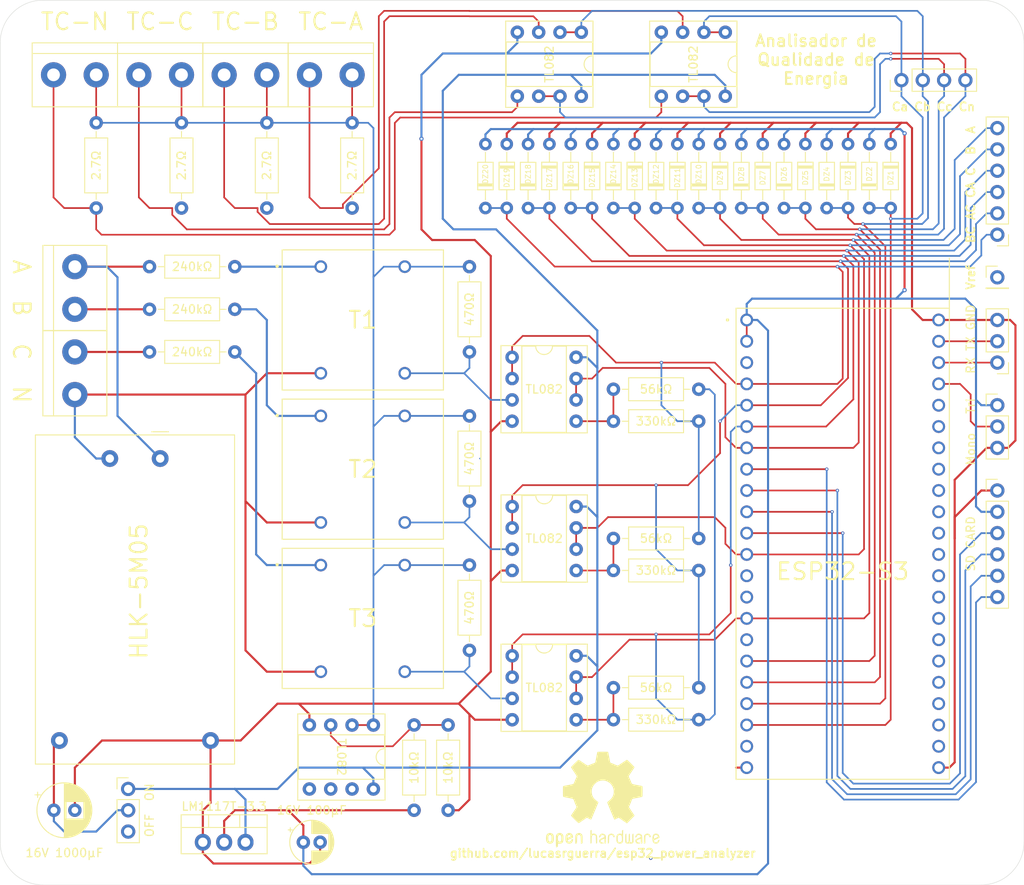
<source format=kicad_pcb>
(kicad_pcb (version 20221018) (generator pcbnew)
  (title_block (title "ESP32 Power Analyser V3.0 PCI") (date "03/05/2024") (rev "1.3") (company "https://www.linkedin.com/in/lucasrguerra"))
  (layers (0 "F.Cu" signal) (31 "B.Cu" signal) (34 "B.Paste" user) (35 "F.Paste" user) (36 "B.SilkS" user "B.Silkscreen") (37 "F.SilkS" user "F.Silkscreen") (38 "B.Mask" user) (39 "F.Mask" user) (44 "Edge.Cuts" user))
  (net 0 "")
  (net 1 "Treated Wave A")
  (net 2 "Treated Wave B")
  (net 3 "Treated Wave C")
  (net 4 "Treated Wave CA")
  (net 5 "Treated Wave AB")
  (net 6 "Treated Wave BC")
  (net 7 "Line B")
  (net 8 "Line A")
  (net 9 "Neutral")
  (net 10 "Line C")
  (net 11 "Net-(R3-Pad1)")
  (net 12 "Net-(R4-Pad1)")
  (net 13 "Net-(R5-Pad1)")
  (net 14 "Vcc")
  (net 15 "GND")
  (net 16 "Current A")
  (net 17 "Current B")
  (net 18 "Current C")
  (net 19 "Current N")
  (net 20 "TC A-2")
  (net 21 "TC A-1")
  (net 22 "TC B-1")
  (net 23 "TC C-1")
  (net 24 "TC N-1")
  (net 28 "Power")
  (net 29 "Net-(U1A-+)")
  (net 30 "Wave A")
  (net 31 "Wave B")
  (net 32 "Wave C")
  (net 33 "CS")
  (net 34 "MOSI")
  (net 51 "SCK")
  (net 52 "MISO")
  (net 55 "Net-(U2B-+)")
  (net 56 "System Type")
  (net 57 "UART TX")
  (net 58 "UART RX")
  (net 59 "Net-(U3B-+)")
  (net 60 "Net-(U4B-+)")
  (net 62 "Vin")
  (footprint "Diode_THT:D_DO-34_SOD68_P7.62mm_Horizontal" (layer "F.Cu") (at 156.21 52.695 -90)
    (fp_text reference "DZ17" hide)
    (fp_text value "3.3V" hide)
  )
  (footprint "Diode_THT:D_DO-34_SOD68_P7.62mm_Horizontal" (layer "F.Cu") (at 163.83 60.32 90)
    (fp_text reference "DZ14" hide)
    (fp_text value "3.3V" hide)
  )
  (footprint "Resistor_THT:R_Axial_DIN0207_L6.3mm_D2.5mm_P10.16mm_Horizontal" (layer "F.Cu") (at 173.99 85.725 180)
    (fp_text reference "R9" hide)
    (fp_text value "330kΩ" hide)
  )
  (footprint "Diode_THT:D_DO-34_SOD68_P7.62mm_Horizontal" (layer "F.Cu") (at 194.31 60.32 90)
    (fp_text reference "DZ2" hide)
    (fp_text value "3.3V" hide)
  )
  (footprint "Connector_PinHeader_2.54mm:PinHeader_1x03_P2.54mm_Vertical" (layer "F.Cu") (at 209.55 83.82)
    (fp_text reference "SW2" hide)
    (fp_text value "SS-12D00G 4mm" hide)
  )
  (footprint "Resistor_THT:R_Axial_DIN0207_L6.3mm_D2.5mm_P10.16mm_Horizontal" (layer "F.Cu") (at 146.685 95.25 90)
    (fp_text reference "R7" hide)
    (fp_text value "470Ω" hide)
  )
  (footprint "Package_DIP:DIP-8_W7.62mm_Socket" (layer "F.Cu") (at 151.775 113.675)
    (fp_text reference "U4" hide)
    (fp_text value "TL082" hide)
  )
  (footprint "Converter_ACDC:Converter_ACDC_HiLink_HLK-5Mxx" (layer "F.Cu") (at 109.855 90.17 -90)
    (fp_text reference "PS1" hide)
    (fp_text value "HLK-5M05" hide)
  )
  (footprint "Resistor_THT:R_Axial_DIN0207_L6.3mm_D2.5mm_P10.16mm_Horizontal" (layer "F.Cu") (at 132.715 60.325 90)
    (fp_text reference "R15" hide)
    (fp_text value "2.7Ω" hide)
  )
  (footprint "Resistor_THT:R_Axial_DIN0207_L6.3mm_D2.5mm_P10.16mm_Horizontal" (layer "F.Cu") (at 122.555 60.325 90)
    (fp_text reference "R16" hide)
    (fp_text value "2.7Ω" hide)
  )
  (footprint "SnapEDA Library:XCVR_ESP32-S3-DEVKITC-1-N8R2" (layer "F.Cu") (at 191.135 103.63)
    (fp_text reference "MCU1" hide)
    (fp_text value "ESP32-S3-DEVKITC-1-N16R8" hide)
  )
  (footprint "Package_DIP:DIP-8_W7.62mm_Socket" (layer "F.Cu") (at 151.775 95.895)
    (fp_text reference "U3" hide)
    (fp_text value "TL082" hide)
  )
  (footprint "Diode_THT:D_DO-34_SOD68_P7.62mm_Horizontal" (layer "F.Cu") (at 166.37 52.695 -90)
    (fp_text reference "DZ13" hide)
    (fp_text value "3.3V" hide)
  )
  (footprint "Resistor_THT:R_Axial_DIN0207_L6.3mm_D2.5mm_P10.16mm_Horizontal" (layer "F.Cu") (at 102.235 60.325 90)
    (fp_text reference "R18" hide)
    (fp_text value "2.7Ω" hide)
  )
  (footprint "Diode_THT:D_DO-34_SOD68_P7.62mm_Horizontal" (layer "F.Cu") (at 184.15 60.325 90)
    (fp_text reference "DZ6" hide)
    (fp_text value "3.3V" hide)
  )
  (footprint "Diode_THT:D_DO-34_SOD68_P7.62mm_Horizontal" (layer "F.Cu") (at 153.67 60.325 90)
    (fp_text reference "DZ18" hide)
    (fp_text value "3.3V" hide)
  )
  (footprint "Diode_THT:D_DO-34_SOD68_P7.62mm_Horizontal" (layer "F.Cu") (at 186.69 52.695 -90)
    (fp_text reference "DZ5" hide)
    (fp_text value "3.3V" hide)
  )
  (footprint "TerminalBlock:TerminalBlock_bornier-2_P5.08mm" (layer "F.Cu") (at 102.235 44.45 180)
    (fp_text reference "J6" hide)
    (fp_text value "KF301-2P" hide)
  )
  (footprint "Connector_PinHeader_2.54mm:PinHeader_1x03_P2.54mm_Vertical" (layer "F.Cu") (at 209.55 78.74 180)
    (fp_text reference "P1" hide)
    (fp_text value "Pin Header" hide)
  )
  (footprint "Resistor_THT:R_Axial_DIN0207_L6.3mm_D2.5mm_P10.16mm_Horizontal" (layer "F.Cu") (at 140.095 132.08 90)
    (fp_text reference "R1" hide)
    (fp_text value "10kΩ" hide)
  )
  (footprint "SnapEDA Library:XFMR_ZMPT101B" (layer "F.Cu") (at 133.985 73.66)
    (fp_text reference "T1")
    (fp_text value "ZMPT101B" hide)
  )
  (footprint "Resistor_THT:R_Axial_DIN0207_L6.3mm_D2.5mm_P10.16mm_Horizontal" (layer "F.Cu") (at 173.99 103.505 180)
    (fp_text reference "R11" hide)
    (fp_text value "330kΩ" hide)
  )
  (footprint "Package_DIP:DIP-8_W7.62mm_Socket" (layer "F.Cu") (at 135.245 121.93 -90)
    (fp_text reference "U1" hide)
    (fp_text value "TL082" hide)
  )
  (footprint "LOGO" (layer "F.Cu") (at 162.56 130.81)
    (fp_text reference "G***" hide)
    (fp_text value "LOGO" hide)
  )
  (footprint "Diode_THT:D_DO-34_SOD68_P7.62mm_Horizontal" (layer "F.Cu") (at 171.45 52.7 -90)
    (fp_text reference "DZ11" hide)
    (fp_text value "3.3V" hide)
  )
  (footprint "Connector_PinHeader_2.54mm:PinHeader_1x03_P2.54mm_Vertical" (layer "F.Cu") (at 106.045 129.54)
    (fp_text reference "SW1" hide)
    (fp_text value "SS-12D00G 4mm" hide)
  )
  (footprint "Resistor_THT:R_Axial_DIN0207_L6.3mm_D2.5mm_P10.16mm_Horizontal" (layer "F.Cu") (at 173.99 121.285 180)
    (fp_text reference "R13" hide)
    (fp_text value "330kΩ" hide)
  )
  (footprint "SnapEDA Library:XFMR_ZMPT101B" (layer "F.Cu") (at 133.985 109.22)
    (fp_text reference "T3")
    (fp_text value "ZMPT101B" hide)
  )
  (footprint "Resistor_THT:R_Axial_DIN0207_L6.3mm_D2.5mm_P10.16mm_Horizontal" (layer "F.Cu") (at 146.685 77.47 90)
    (fp_text reference "R6" hide)
    (fp_text value "470Ω" hide)
  )
  (footprint "Diode_THT:D_DO-34_SOD68_P7.62mm_Horizontal" (layer "F.Cu") (at 191.77 52.7 -90)
    (fp_text reference "DZ3" hide)
    (fp_text value "3.3V" hide)
  )
  (footprint "Resistor_THT:R_Axial_DIN0207_L6.3mm_D2.5mm_P10.16mm_Horizontal" (layer "F.Cu") (at 173.99 81.915 180)
    (fp_text reference "R10" hide)
    (fp_text value "56kΩ" hide)
  )
  (footprint "Diode_THT:D_DO-34_SOD68_P7.62mm_Horizontal" (layer "F.Cu") (at 158.75 60.32 90)
    (fp_text reference "DZ16" hide)
    (fp_text value "3.3V" hide)
  )
  (footprint "Diode_THT:D_DO-34_SOD68_P7.62mm_Horizontal" (layer "F.Cu") (at 161.29 52.695 -90)
    (fp_text reference "DZ15" hide)
    (fp_text value "3.3V" hide)
  )
  (footprint "Resistor_THT:R_Axial_DIN0207_L6.3mm_D2.5mm_P10.16mm_Horizontal" (layer "F.Cu") (at 118.745 67.31 180)
    (fp_text reference "R3" hide)
    (fp_text value "240kΩ" hide)
  )
  (footprint "Resistor_THT:R_Axial_DIN0207_L6.3mm_D2.5mm_P10.16mm_Horizontal" (layer "F.Cu") (at 173.99 99.695 180)
    (fp_text reference "R12" hide)
    (fp_text value "56kΩ" hide)
  )
  (footprint "Diode_THT:D_DO-34_SOD68_P7.62mm_Horizontal" (layer "F.Cu") (at 168.91 60.325 90)
    (fp_text reference "DZ12" hide)
    (fp_text value "3.3V" hide)
  )
  (footprint "Capacitor_THT:CP_Radial_D5.0mm_P2.00mm" (layer "F.Cu") (at 126.905 135.89)
    (fp_text reference "C2" hide)
    (fp_text value "16V 100µF" hide)
  )
  (footprint "TerminalBlock:TerminalBlock_bornier-2_P5.08mm" (layer "F.Cu") (at 132.715 44.45 180)
    (fp_text reference "J3" hide)
    (fp_text value "KF301-2P" hide)
  )
  (footprint "Resistor_THT:R_Axial_DIN0207_L6.3mm_D2.5mm_P10.16mm_Horizontal" (layer "F.Cu") (at 173.99 117.475 180)
    (fp_text reference "R14" hide)
    (fp_text value "56kΩ" hide)
  )
  (footprint "TerminalBlock:TerminalBlock_bornier-2_P5.08mm" (layer "F.Cu") (at 99.695 67.31 -90)
    (fp_text reference "J1" hide)
    (fp_text value "KF301-2P" hide)
  )
  (footprint "Connector_PinHeader_2.54mm:PinHeader_1x06_P2.54mm_Vertical" (layer "F.Cu") (at 209.55 63.5 180)
    (fp_text reference "P4" hide)
    (fp_text value "Pin Header" hide)
  )
  (footprint "Diode_THT:D_DO-34_SOD68_P7.62mm_Horizontal" (layer "F.Cu") (at 176.53 52.695 -90)
    (fp_text reference "DZ9" hide)
    (fp_text value "3.3V" hide)
  )
  (footprint "Diode_THT:D_DO-34_SOD68_P7.62mm_Horizontal" (layer "F.Cu") (at 181.61 52.7 -90)
    (fp_text reference "DZ7" hide)
    (fp_text value "3.3V" hide)
  )
  (footprint "SnapEDA Library:XFMR_ZMPT101B" (layer "F.Cu") (at 133.985 91.44)
    (fp_text reference "T2")
    (fp_text value "ZMPT101B" hide)
  )
  (footprint "TerminalBlock:TerminalBlock_bornier-2_P5.08mm" (layer "F.Cu") (at 112.395 44.45 180)
    (fp_text reference "J5" hide)
    (fp_text value "KF301-2P" hide)
  )
  (footprint "Diode_THT:D_DO-34_SOD68_P7.62mm_Horizontal" (layer "F.Cu") (at 148.59 60.32 90)
    (fp_text reference "DZ20" hide)
    (fp_text value "3.3V" hide)
  )
  (footprint "Connector_PinHeader_2.54mm:PinHeader_1x06_P2.54mm_Vertical" (layer "F.Cu") (at 209.55 93.98)
    (fp_text reference "P5" hide)
    (fp_text value "Pin Header" hide)
  )
  (footprint "Diode_THT:D_DO-34_SOD68_P7.62mm_Horizontal" (layer "F.Cu") (at 189.23 60.325 90)
    (fp_text reference "DZ4" hide)
    (fp_text value "3.3V" hide)
  )
  (footprint "Resistor_THT:R_Axial_DIN0207_L6.3mm_D2.5mm_P10.16mm_Horizontal" (layer "F.Cu") (at 112.395 60.325 90)
    (fp_text reference "R17" hide)
    (fp_text value "2.7Ω" hide)
  )
  (footprint "Connector_PinHeader_2.54mm:PinHeader_1x04_P2.54mm_Vertical" (layer "F.Cu") (at 198.13 45.085 90)
    (fp_text reference "P3" hide)
    (fp_text value "Pin Header" hide)
  )
  (footprint "Diode_THT:D_DO-34_SOD68_P7.62mm_Horizontal" (layer "F.Cu") (at 196.85 52.7 -90)
    (fp_text reference "DZ1" hide)
    (fp_text value "3.3V" hide)
  )
  (footprint "Package_DIP:DIP-8_W7.62mm_Socket" (layer "F.Cu") (at 177.155 39.38 -90)
    (fp_text reference "U6" hide)
    (fp_text value "TL082" hide)
  )
  (footprint "Capacitor_THT:CP_Radial_D6.3mm_P2.50mm" (layer "F.Cu") (at 97.195 132.08)
    (fp_text reference "C1" hide)
    (fp_text value "16V 1000µF" hide)
  )
  (footprint "Resistor_THT:R_Axial_DIN0207_L6.3mm_D2.5mm_P10.16mm_Horizontal" (layer "F.Cu") (at 146.685 113.03 90)
    (fp_text reference "R8" hide)
    (fp_text value "470Ω" hide)
  )
  (footprint "TerminalBlock:TerminalBlock_bornier-2_P5.08mm" (layer "F.Cu") (at 99.695 77.47 -90)
    (fp_text reference "J2" hide)
    (fp_text value "KF301-2P" hide)
  )
  (footprint "Connector_PinHeader_2.54mm:PinHeader_1x01_P2.54mm_Vertical" (layer "F.Cu") (at 209.55 68.58)
    (fp_text reference "P2" hide)
    (fp_text value "Pin Header" hide)
  )
  (footprint "Package_TO_SOT_THT:TO-220-3_Vertical" (layer "F.Cu") (at 114.935 135.89)
    (fp_text reference "PS2" hide)
    (fp_text value "LM1117T-3.3" hide)
  )
  (footprint "Diode_THT:D_DO-34_SOD68_P7.62mm_Horizontal" (layer "F.Cu") (at 179.07 60.325 90)
    (fp_text reference "DZ8" hide)
    (fp_text value "3.3V" hide)
  )
  (footprint "Diode_THT:D_DO-34_SOD68_P7.62mm_Horizontal" (layer "F.Cu") (at 173.99 60.325 90)
    (fp_text reference "DZ10" hide)
    (fp_text value "3.3V" hide)
  )
  (footprint "Resistor_THT:R_Axial_DIN0207_L6.3mm_D2.5mm_P10.16mm_Horizontal" (layer "F.Cu") (at 118.745 72.39 180)
    (fp_text reference "R4" hide)
    (fp_text value "240kΩ" hide)
  )
  (footprint "Resistor_THT:R_Axial_DIN0207_L6.3mm_D2.5mm_P10.16mm_Horizontal" (layer "F.Cu") (at 118.745 77.47 180)
    (fp_text reference "R5" hide)
    (fp_text value "240kΩ" hide)
  )
  (footprint "Package_DIP:DIP-8_W7.62mm_Socket" (layer "F.Cu") (at 151.765 78.105)
    (fp_text reference "U2" hide)
    (fp_text value "TL082" hide)
  )
  (footprint "Resistor_THT:R_Axial_DIN0207_L6.3mm_D2.5mm_P10.16mm_Horizontal" (layer "F.Cu") (at 144.145 121.92 -90)
    (fp_text reference "R2" hide)
    (fp_text value "10kΩ" hide)
  )
  (footprint "TerminalBlock:TerminalBlock_bornier-2_P5.08mm" (layer "F.Cu") (at 122.555 44.45 180)
    (fp_text reference "J4" hide)
    (fp_text value "KF301-2P" hide)
  )
  (footprint "Package_DIP:DIP-8_W7.62mm_Socket" (layer "F.Cu") (at 160.01 39.38 -90)
    (fp_text reference "U5" hide)
    (fp_text value "TL082" hide)
  )
  (footprint "Diode_THT:D_DO-34_SOD68_P7.62mm_Horizontal" (layer "F.Cu") (at 151.13 52.695 -90)
    (fp_text reference "DZ19" hide)
    (fp_text value "3.3V" hide)
  )
  (gr_line (start 90.805 40.64) (end 90.805 135.89) (stroke (width 0.05)) (layer "Edge.Cuts"))
  (gr_line (start 212.725 135.89) (end 212.725 40.64) (stroke (width 0.05)) (layer "Edge.Cuts"))
  (gr_arc (start 95.885 140.97) (mid 92.292898 139.482102) (end 90.805 135.89) (stroke (width 0.05)) (layer "Edge.Cuts"))
  (gr_arc (start 90.805 40.64) (mid 92.292898 37.047898) (end 95.885 35.56) (stroke (width 0.05)) (layer "Edge.Cuts"))
  (gr_arc (start 212.725 135.89) (mid 211.237102 139.482102) (end 207.645 140.97) (stroke (width 0.05)) (layer "Edge.Cuts"))
  (gr_line (start 95.885 140.97) (end 207.645 140.97) (stroke (width 0.05)) (layer "Edge.Cuts"))
  (gr_arc (start 207.645 35.56) (mid 211.237102 37.047898) (end 212.725 40.64) (stroke (width 0.05)) (layer "Edge.Cuts"))
  (gr_line (start 95.885 35.56) (end 207.645 35.56) (stroke (width 0.05)) (layer "Edge.Cuts"))
  (gr_text "github.com/lucasrguerra/esp32_power_analyzer" (at 162.56 137.795) (layer "F.SilkS") (effects (font (size 1 1) (thickness 0.2) bold) (justify bottom)))
  (gr_text "Analisador de\nQualidade de\nEnergia" (at 187.96 45.72) (layer "F.SilkS") (effects (font (size 1.4 1.4) (thickness 0.25) bold) (justify bottom)))
  (segment (start 190.505 67.305) (end 190.5 67.3) (width 0.2) (layer "F.Cu") (net 1))
  (segment (start 178.435 81.28) (end 179.705 81.28) (width 0.2) (layer "F.Cu") (net 1))
  (segment (start 190.5 67.3) (end 156.835 67.3) (width 0.2) (layer "F.Cu") (net 1))
  (segment (start 151.765 80.645) (end 151.765 78.105) (width 0.2) (layer "F.Cu") (net 1))
  (segment (start 175.895 78.74) (end 178.435 81.28) (width 0.2) (layer "F.Cu") (net 1))
  (segment (start 156.835 67.3) (end 151.13 61.595) (width 0.2) (layer "F.Cu") (net 1))
  (segment (start 169.545 78.74) (end 175.895 78.74) (width 0.2) (layer "F.Cu") (net 1))
  (segment (start 191.135 80.645) (end 190.5 81.28) (width 0.2) (layer "F.Cu") (net 1))
  (segment (start 190.505 67.305) (end 191.135 67.935) (width 0.2) (layer "F.Cu") (net 1))
  (segment (start 160.9675 75.565) (end 153.025 75.565) (width 0.2) (layer "F.Cu") (net 1))
  (segment (start 191.135 67.935) (end 191.135 80.645) (width 0.2) (layer "F.Cu") (net 1))
  (segment (start 190.5 81.28) (end 179.705 81.28) (width 0.2) (layer "F.Cu") (net 1))
  (segment (start 164.1425 78.74) (end 160.9675 75.565) (width 0.2) (layer "F.Cu") (net 1))
  (segment (start 151.765 76.825) (end 151.765 78.105) (width 0.2) (layer "F.Cu") (net 1))
  (segment (start 169.545 78.74) (end 164.1425 78.74) (width 0.2) (layer "F.Cu") (net 1))
  (segment (start 153.025 75.565) (end 151.765 76.825) (width 0.2) (layer "F.Cu") (net 1))
  (segment (start 151.13 61.595) (end 151.13 60.315) (width 0.2) (layer "F.Cu") (net 1))
  (via (at 169.545 78.74) (size 0.4) (drill 0.2) (layers "F.Cu" "B.Cu") (net 1))
  (via (at 190.505 67.305) (size 0.4) (drill 0.2) (layers "F.Cu" "B.Cu") (net 1))
  (segment (start 208.28 63.5) (end 209.55 63.5) (width 0.2) (layer "B.Cu") (net 1))
  (segment (start 169.545 83.82) (end 171.45 85.725) (width 0.2) (layer "B.Cu") (net 1))
  (segment (start 147.89 60.32) (end 150.43 60.32) (width 0.2) (layer "B.Cu") (net 1))
  (segment (start 207.645 64.135) (end 208.28 63.5) (width 0.2) (layer "B.Cu") (net 1))
  (segment (start 173.99 85.725) (end 173.99 99.695) (width 0.2) (layer "B.Cu") (net 1))
  (segment (start 190.505 67.305) (end 206.310685 67.305) (width 0.2) (layer "B.Cu") (net 1))
  (segment (start 171.45 85.725) (end 173.99 85.725) (width 0.2) (layer "B.Cu") (net 1))
  (segment (start 206.310685 67.305) (end 207.645 65.970685) (width 0.2) (layer "B.Cu") (net 1))
  (segment (start 207.645 65.970685) (end 207.645 64.135) (width 0.2) (layer "B.Cu") (net 1))
  (segment (start 169.545 78.74) (end 169.545 83.82) (width 0.2) (layer "B.Cu") (net 1))
  (segment (start 176.53 85.725) (end 176.53 89.535) (width 0.2) (layer "F.Cu") (net 2))
  (segment (start 188.525685 83.82) (end 191.77 80.575685) (width 0.2) (layer "F.Cu") (net 2))
  (segment (start 191.77 67.554) (end 190.881 66.665) (width 0.2) (layer "F.Cu") (net 2))
  (segment (start 153.025 93.345) (end 151.775 94.595) (width 0.2) (layer "F.Cu") (net 2))
  (segment (start 179.705 83.82) (end 188.525685 83.82) (width 0.2) (layer "F.Cu") (net 2))
  (segment (start 151.775 94.595) (end 151.775 95.895) (width 0.2) (layer "F.Cu") (net 2))
  (segment (start 156.21 61.595) (end 156.21 60.315) (width 0.2) (layer "F.Cu") (net 2))
  (segment (start 168.91 93.345) (end 153.025 93.345) (width 0.2) (layer "F.Cu") (net 2))
  (segment (start 151.775 98.435) (end 151.775 95.895) (width 0.2) (layer "F.Cu") (net 2))
  (segment (start 172.72 93.345) (end 168.91 93.345) (width 0.2) (layer "F.Cu") (net 2))
  (segment (start 191.77 80.575685) (end 191.77 67.554) (width 0.2) (layer "F.Cu") (net 2))
  (segment (start 161.28 66.665) (end 156.21 61.595) (width 0.2) (layer "F.Cu") (net 2))
  (segment (start 190.881 66.665) (end 161.28 66.665) (width 0.2) (layer "F.Cu") (net 2))
  (segment (start 176.53 89.535) (end 172.72 93.345) (width 0.2) (layer "F.Cu") (net 2))
  (via (at 176.53 85.725) (size 0.4) (drill 0.2) (layers "F.Cu" "B.Cu") (net 2))
  (via (at 190.881 66.665) (size 0.4) (drill 0.2) (layers "F.Cu" "B.Cu") (net 2))
  (via (at 168.91 93.345) (size 0.4) (drill 0.2) (layers "F.Cu" "B.Cu") (net 2))
  (segment (start 205.680685 66.665) (end 207.01 65.335685) (width 0.2) (layer "B.Cu") (net 2))
  (segment (start 152.97 60.32) (end 155.505 60.32) (width 0.2) (layer "B.Cu") (net 2))
  (segment (start 168.91 93.345) (end 168.91 100.965) (width 0.2) (layer "B.Cu") (net 2))
  (segment (start 171.45 103.505) (end 173.99 103.505) (width 0.2) (layer "B.Cu") (net 2))
  (segment (start 155.505 60.32) (end 155.51 60.325) (width 0.2) (layer "B.Cu") (net 2))
  (segment (start 207.01 62.225) (end 208.275 60.96) (width 0.2) (layer "B.Cu") (net 2))
  (segment (start 168.91 100.965) (end 171.45 103.505) (width 0.2) (layer "B.Cu") (net 2))
  (segment (start 208.275 60.96) (end 209.55 60.96) (width 0.2) (layer "B.Cu") (net 2))
  (segment (start 190.881 66.665) (end 205.680685 66.665) (width 0.2) (layer "B.Cu") (net 2))
  (segment (start 207.01 65.335685) (end 207.01 62.225) (width 0.2) (layer "B.Cu") (net 2))
  (segment (start 178.435 83.82) (end 179.705 83.82) (width 0.2) (layer "B.Cu") (net 2))
  (segment (start 176.53 85.725) (end 178.435 83.82) (width 0.2) (layer "B.Cu") (net 2))
  (segment (start 173.99 103.505) (end 173.99 117.475) (width 0.2) (layer "B.Cu") (net 2))
  (segment (start 177.8 102.87) (end 177.8 108.585) (width 0.2) (layer "F.Cu") (net 3))
  (segment (start 165.725 66.03) (end 161.29 61.595) (width 0.2) (layer "F.Cu") (net 3))
  (segment (start 179.705 86.36) (end 189.160685 86.36) (width 0.2) (layer "F.Cu") (net 3))
  (segment (start 191.262 66.03) (end 165.725 66.03) (width 0.2) (layer "F.Cu") (net 3))
  (segment (start 189.160685 86.36) (end 192.405 83.115685) (width 0.2) (layer "F.Cu") (net 3))
  (segment (start 151.775 112.375) (end 151.775 113.675) (width 0.2) (layer "F.Cu") (net 3))
  (segment (start 192.405 67.173) (end 191.262 66.03) (width 0.2) (layer "F.Cu") (net 3))
  (segment (start 161.29 61.595) (end 161.29 60.315) (width 0.2) (layer "F.Cu") (net 3))
  (segment (start 177.8 108.585) (end 175.26 111.125) (width 0.2) (layer "F.Cu") (net 3))
  (segment (start 175.26 111.125) (end 153.035 111.125) (width 0.2) (layer "F.Cu") (net 3))
  (segment (start 153.025 111.125) (end 151.775 112.375) (width 0.2) (layer "F.Cu") (net 3))
  (segment (start 192.405 83.115685) (end 192.405 67.173) (width 0.2) (layer "F.Cu") (net 3))
  (segment (start 151.775 113.675) (end 151.775 116.215) (width 0.2) (layer "F.Cu") (net 3))
  (via (at 177.8 102.87) (size 0.4) (drill 0.2) (layers "F.Cu" "B.Cu") (net 3))
  (via (at 191.262 66.03) (size 0.4) (drill 0.2) (layers "F.Cu" "B.Cu") (net 3))
  (via (at 168.91 111.125) (size 0.4) (drill 0.2) (layers "F.Cu" "B.Cu") (net 3))
  (segment (start 178.435 86.36) (end 179.705 86.36) (width 0.2) (layer "B.Cu") (net 3))
  (segment (start 175.905 120.64) (end 175.26 121.285) (width 0.2) (layer "B.Cu") (net 3))
  (segment (start 168.91 118.745) (end 171.45 121.285) (width 0.2) (layer "B.Cu") (net 3))
  (segment (start 160.58 60.315) (end 160.59 60.325) (width 0.2) (layer "B.Cu") (net 3))
  (segment (start 206.375 60.325) (end 208.28 58.42) (width 0.2) (layer "B.Cu") (net 3))
  (segment (start 173.99 81.915) (end 175.26 81.915) (width 0.2) (layer "B.Cu") (net 3))
  (segment (start 171.45 121.285) (end 173.99 121.285) (width 0.2) (layer "B.Cu") (net 3))
  (segment (start 206.375 64.700685) (end 206.375 60.325) (width 0.2) (layer "B.Cu") (net 3))
  (segment (start 205.045685 66.03) (end 206.375 64.700685) (width 0.2) (layer "B.Cu") (net 3))
  (segment (start 168.91 111.125) (end 168.91 118.745) (width 0.2) (layer "B.Cu") (net 3))
  (segment (start 177.8 102.87) (end 177.8 86.995) (width 0.2) (layer "B.Cu") (net 3))
  (segment (start 191.262 66.03) (end 205.045685 66.03) (width 0.2) (layer "B.Cu") (net 3))
  (segment (start 175.905 82.56) (end 175.905 120.64) (width 0.2) (layer "B.Cu") (net 3))
  (segment (start 177.8 86.995) (end 178.435 86.36) (width 0.2) (layer "B.Cu") (net 3))
  (segment (start 208.28 58.42) (end 209.55 58.42) (width 0.2) (layer "B.Cu") (net 3))
  (segment (start 158.05 60.315) (end 160.58 60.315) (width 0.2) (layer "B.Cu") (net 3))
  (segment (start 175.26 121.285) (end 173.99 121.285) (width 0.2) (layer "B.Cu") (net 3))
  (segment (start 175.26 81.915) (end 175.905 82.56) (width 0.2) (layer "B.Cu") (net 3))
  (segment (start 192.405 88.9) (end 193.04 88.265) (width 0.2) (layer "F.Cu") (net 4))
  (segment (start 161.285 80.645) (end 162.555 79.375) (width 0.2) (layer "F.Cu") (net 4))
  (segment (start 170.17 65.395) (end 166.37 61.595) (width 0.2) (layer "F.Cu") (net 4))
  (segment (start 159.385 80.645) (end 159.385 83.185) (width 0.2) (layer "F.Cu") (net 4))
  (segment (start 175.26 79.375) (end 177.165 81.28) (width 0.2) (layer "F.Cu") (net 4))
  (segment (start 179.705 88.9) (end 192.405 88.9) (width 0.2) (layer "F.Cu") (net 4))
  (segment (start 159.385 80.645) (end 161.285 80.645) (width 0.2) (layer "F.Cu") (net 4))
  (segment (start 178.435 88.9) (end 179.705 88.9) (width 0.2) (layer "F.Cu") (net 4))
  (segment (start 191.643 65.395) (end 170.17 65.395) (width 0.2) (layer "F.Cu") (net 4))
  (segment (start 162.555 79.375) (end 175.26 79.375) (width 0.2) (layer "F.Cu") (net 4))
  (segment (start 193.04 88.265) (end 193.04 66.792) (width 0.2) (layer "F.Cu") (net 4))
  (segment (start 166.37 61.595) (end 166.37 60.315) (width 0.2) (layer "F.Cu") (net 4))
  (segment (start 177.165 81.28) (end 177.165 87.63) (width 0.2) (layer "F.Cu") (net 4))
  (segment (start 177.165 87.63) (end 178.435 88.9) (width 0.2) (layer "F.Cu") (net 4))
  (segment (start 193.04 66.792) (end 191.643 65.395) (width 0.2) (layer "F.Cu") (net 4))
  (via (at 191.643 65.395) (size 0.4) (drill 0.2) (layers "F.Cu" "B.Cu") (net 4))
  (segment (start 191.643 65.395) (end 204.410685 65.395) (width 0.2) (layer "B.Cu") (net 4))
  (segment (start 205.74 58.42) (end 208.28 55.88) (width 0.2) (layer "B.Cu") (net 4))
  (segment (start 208.28 55.88) (end 209.55 55.88) (width 0.2) (layer "B.Cu") (net 4))
  (segment (start 204.410685 65.395) (end 205.74 64.065685) (width 0.2) (layer "B.Cu") (net 4))
  (segment (start 163.13 60.32) (end 165.665 60.32) (width 0.2) (layer "B.Cu") (net 4))
  (segment (start 205.74 64.065685) (end 205.74 58.42) (width 0.2) (layer "B.Cu") (net 4))
  (segment (start 165.665 60.32) (end 165.67 60.325) (width 0.2) (layer "B.Cu") (net 4))
  (segment (start 175.895 97.155) (end 163.185 97.155) (width 0.2) (layer "F.Cu") (net 5))
  (segment (start 159.395 98.435) (end 159.395 100.975) (width 0.2) (layer "F.Cu") (net 5))
  (segment (start 179.705 101.6) (end 178.435 101.6) (width 0.2) (layer "F.Cu") (net 5))
  (segment (start 161.905 98.435) (end 159.395 98.435) (width 0.2) (layer "F.Cu") (net 5))
  (segment (start 193.675 66.411) (end 192.024 64.76) (width 0.2) (layer "F.Cu") (net 5))
  (segment (start 193.675 100.965) (end 193.675 66.411) (width 0.2) (layer "F.Cu") (net 5))
  (segment (start 177.165 100.33) (end 177.165 98.425) (width 0.2) (layer "F.Cu") (net 5))
  (segment (start 178.435 101.6) (end 177.165 100.33) (width 0.2) (layer "F.Cu") (net 5))
  (segment (start 192.024 64.76) (end 174.615 64.76) (width 0.2) (layer "F.Cu") (net 5))
  (segment (start 163.185 97.155) (end 161.905 98.435) (width 0.2) (layer "F.Cu") (net 5))
  (segment (start 174.615 64.76) (end 171.45 61.595) (width 0.2) (layer "F.Cu") (net 5))
  (segment (start 177.165 98.425) (end 175.895 97.155) (width 0.2) (layer "F.Cu") (net 5))
  (segment (start 193.04 101.6) (end 193.675 100.965) (width 0.2) (layer "F.Cu") (net 5))
  (segment (start 171.45 61.595) (end 171.45 60.32) (width 0.2) (layer "F.Cu") (net 5))
  (segment (start 179.705 101.6) (end 193.04 101.6) (width 0.2) (layer "F.Cu") (net 5))
  (via (at 192.024 64.76) (size 0.4) (drill 0.2) (layers "F.Cu" "B.Cu") (net 5))
  (segment (start 192.024 64.76) (end 203.775685 64.76) (width 0.2) (layer "B.Cu") (net 5))
  (segment (start 203.775685 64.76) (end 205.105 63.430685) (width 0.2) (layer "B.Cu") (net 5))
  (segment (start 170.74 60.315) (end 170.75 60.325) (width 0.2) (layer "B.Cu") (net 5))
  (segment (start 168.21 60.315) (end 170.74 60.315) (width 0.2) (layer "B.Cu") (net 5))
  (segment (start 205.105 63.430685) (end 205.105 56.515) (width 0.2) (layer "B.Cu") (net 5))
  (segment (start 208.28 53.34) (end 209.55 53.34) (width 0.2) (layer "B.Cu") (net 5))
  (segment (start 205.105 56.515) (end 208.28 53.34) (width 0.2) (layer "B.Cu") (net 5))
  (segment (start 193.675 109.22) (end 194.31 108.585) (width 0.2) (layer "F.Cu") (net 6))
  (segment (start 175.895 111.76) (end 178.435 109.22) (width 0.2) (layer "F.Cu") (net 6))
  (segment (start 165.735 111.76) (end 175.895 111.76) (width 0.2) (layer "F.Cu") (net 6))
  (segment (start 178.435 109.22) (end 179.705 109.22) (width 0.2) (layer "F.Cu") (net 6))
  (segment (start 179.705 109.22) (end 193.675 109.22) (width 0.2) (layer "F.Cu") (net 6))
  (segment (start 159.395 116.215) (end 159.395 118.755) (width 0.2) (layer "F.Cu") (net 6))
  (segment (start 161.28 116.215) (end 165.735 111.76) (width 0.2) (layer "F.Cu") (net 6))
  (segment (start 194.31 66.03) (end 192.405 64.125) (width 0.2) (layer "F.Cu") (net 6))
  (segment (start 179.06 64.125) (end 176.53 61.595) (width 0.2) (layer "F.Cu") (net 6))
  (segment (start 159.395 116.215) (end 161.28 116.215) (width 0.2) (layer "F.Cu") (net 6))
  (segment (start 194.31 108.585) (end 194.31 66.03) (width 0.2) (layer "F.Cu") (net 6))
  (segment (start 192.405 64.125) (end 179.06 64.125) (width 0.2) (layer "F.Cu") (net 6))
  (segment (start 176.53 61.595) (end 176.53 60.315) (width 0.2) (layer "F.Cu") (net 6))
  (via (at 192.405 64.125) (size 0.4) (drill 0.2) (layers "F.Cu" "B.Cu") (net 6))
  (segment (start 208.28 50.8) (end 209.55 50.8) (width 0.2) (layer "B.Cu") (net 6))
  (segment (start 173.29 60.32) (end 175.825 60.32) (width 0.2) (layer "B.Cu") (net 6))
  (segment (start 192.405 64.125) (end 203.140685 64.125) (width 0.2) (layer "B.Cu") (net 6))
  (segment (start 203.140685 64.125) (end 204.47 62.795685) (width 0.2) (layer "B.Cu") (net 6))
  (segment (start 204.47 54.61) (end 208.28 50.8) (width 0.2) (layer "B.Cu") (net 6))
  (segment (start 204.47 62.795685) (end 204.47 54.61) (width 0.2) (layer "B.Cu") (net 6))
  (segment (start 177.095 60.32) (end 177.1 60.325) (width 0.2) (layer "B.Cu") (net 6))
  (segment (start 99.695 72.39) (end 108.585 72.39) (width 0.25) (layer "F.Cu") (net 7))
  (segment (start 99.695 67.31) (end 108.585 67.31) (width 0.25) (layer "F.Cu") (net 8))
  (segment (start 104.775 85.09) (end 104.775 68.58) (width 0.25) (layer "B.Cu") (net 8))
  (segment (start 103.505 67.31) (end 99.695 67.31) (width 0.25) (layer "B.Cu") (net 8))
  (segment (start 109.855 90.17) (end 104.775 85.09) (width 0.25) (layer "B.Cu") (net 8))
  (segment (start 104.775 68.58) (end 103.505 67.31) (width 0.25) (layer "B.Cu") (net 8))
  (segment (start 120.015 82.55) (end 122.555 80.01) (width 0.25) (layer "F.Cu") (net 9))
  (segment (start 122.555 80.01) (end 128.985 80.01) (width 0.25) (layer "F.Cu") (net 9))
  (segment (start 120.015 95.25) (end 120.015 113.03) (width 0.25) (layer "F.Cu") (net 9))
  (segment (start 99.695 82.55) (end 120.015 82.55) (width 0.25) (layer "F.Cu") (net 9))
  (segment (start 122.555 115.57) (end 128.985 115.57) (width 0.25) (layer "F.Cu") (net 9))
  (segment (start 120.015 95.25) (end 122.555 97.79) (width 0.25) (layer "F.Cu") (net 9))
  (segment (start 120.015 82.55) (end 120.015 95.25) (width 0.25) (layer "F.Cu") (net 9))
  (segment (start 120.015 113.03) (end 122.555 115.57) (width 0.25) (layer "F.Cu") (net 9))
  (segment (start 122.555 97.79) (end 128.985 97.79) (width 0.25) (layer "F.Cu") (net 9))
  (segment (start 99.695 82.55) (end 99.695 87.63) (width 0.25) (layer "B.Cu") (net 9))
  (segment (start 99.695 87.63) (end 102.235 90.17) (width 0.25) (layer "B.Cu") (net 9))
  (segment (start 102.235 90.17) (end 103.855 90.17) (width 0.25) (layer "B.Cu") (net 9))
  (segment (start 99.695 77.47) (end 108.585 77.47) (width 0.25) (layer "F.Cu") (net 10))
  (segment (start 118.745 67.31) (end 128.985 67.31) (width 0.25) (layer "B.Cu") (net 11))
  (segment (start 122.555 73.66) (end 122.555 83.82) (width 0.25) (layer "B.Cu") (net 12))
  (segment (start 121.285 72.39) (end 122.555 73.66) (width 0.25) (layer "B.Cu") (net 12))
  (segment (start 123.825 85.09) (end 128.985 85.09) (width 0.25) (layer "B.Cu") (net 12))
  (segment (start 122.555 83.82) (end 123.825 85.09) (width 0.25) (layer "B.Cu") (net 12))
  (segment (start 118.745 72.39) (end 121.285 72.39) (width 0.25) (layer "B.Cu") (net 12))
  (segment (start 118.745 77.47) (end 121.285 80.01) (width 0.25) (layer "B.Cu") (net 13))
  (segment (start 121.285 101.6) (end 122.555 102.87) (width 0.25) (layer "B.Cu") (net 13))
  (segment (start 121.285 80.01) (end 121.285 101.6) (width 0.25) (layer "B.Cu") (net 13))
  (segment (start 122.555 102.87) (end 128.985 102.87) (width 0.25) (layer "B.Cu") (net 13))
  (segment (start 125.095 132.08) (end 126.905 133.89) (width 0.25) (layer "F.Cu") (net 14))
  (segment (start 117.475 133.35) (end 118.745 132.08) (width 0.25) (layer "F.Cu") (net 14))
  (segment (start 179.705 73.66) (end 179.705 76.2) (width 0.2) (layer "F.Cu") (net 14))
  (segment (start 118.745 132.08) (end 125.095 132.08) (width 0.25) (layer "F.Cu") (net 14))
  (segment (start 117.475 135.89) (end 117.475 133.35) (width 0.25) (layer "F.Cu") (net 14))
  (segment (start 125.095 132.08) (end 140.095 132.08) (width 0.25) (layer "F.Cu") (net 14))
  (segment (start 198.501 70.104) (end 198.501 51.425) (width 0.25) (layer "F.Cu") (net 14))
  (segment (start 126.905 133.89) (end 126.905 135.89) (width 0.25) (layer "F.Cu") (net 14))
  (via (at 198.501 70.104) (size 0.5) (drill 0.25) (layers "F.Cu" "B.Cu") (net 14))
  (via (at 198.501 51.425) (size 0.5) (drill 0.25) (layers "F.Cu" "B.Cu") (net 14))
  (segment (start 197.485 71.12) (end 198.501 70.104) (width 0.25) (layer "B.Cu") (net 14))
  (segment (start 194.31 51.552) (end 194.945 50.917) (width 0.25) (layer "B.Cu") (net 14))
  (segment (start 184.785 50.917) (end 179.705 50.917) (width 0.25) (layer "B.Cu") (net 14))
  (segment (start 207.645 96.52) (end 209.55 96.52) (width 0.25) (layer "B.Cu") (net 14))
  (segment (start 184.15 52.705) (end 184.15 51.552) (width 0.25) (layer "B.Cu") (net 14))
  (segment (start 179.705 71.755) (end 180.34 71.12) (width 0.25) (layer "B.Cu") (net 14))
  (segment (start 158.75 52.7) (end 158.75 51.552) (width 0.25) (layer "B.Cu") (net 14))
  (segment (start 163.83 51.552) (end 164.465 50.917) (width 0.25) (layer "B.Cu") (net 14))
  (segment (start 205.74 71.12) (end 207.01 72.39) (width 0.25) (layer "B.Cu") (net 14))
  (segment (start 194.31 52.7) (end 194.31 51.552) (width 0.25) (layer "B.Cu") (net 14))
  (segment (start 180.975 73.66) (end 182.245 74.93) (width 0.25) (layer "B.Cu") (net 14))
  (segment (start 207.01 72.39) (end 207.01 95.885) (width 0.25) (layer "B.Cu") (net 14))
  (segment (start 180.34 71.12) (end 197.485 71.12) (width 0.25) (layer "B.Cu") (net 14))
  (segment (start 198.501 51.425) (end 197.993 50.917) (width 0.25) (layer "B.Cu") (net 14))
  (segment (start 173.99 51.552) (end 174.625 50.917) (width 0.25) (layer "B.Cu") (net 14))
  (segment (start 189.23 51.552) (end 189.865 50.917) (width 0.25) (layer "B.Cu") (net 14))
  (segment (start 179.07 52.705) (end 179.07 51.552) (width 0.25) (layer "B.Cu") (net 14))
  (segment (start 207.01 83.185) (end 207.645 83.82) (width 0.25) (layer "B.Cu") (net 14))
  (segment (start 179.705 50.917) (end 174.625 50.917) (width 0.25) (layer "B.Cu") (net 14))
  (segment (start 127.905 139.7) (end 126.905 138.7) (width 0.25) (layer "B.Cu") (net 14))
  (segment (start 182.245 138.43) (end 180.975 139.7) (width 0.25) (layer "B.Cu") (net 14))
  (segment (start 153.67 51.552) (end 154.305 50.917) (width 0.25) (layer "B.Cu") (net 14))
  (segment (start 189.865 50.917) (end 184.785 50.917) (width 0.25) (layer "B.Cu") (net 14))
  (segment (start 184.15 51.552) (end 184.785 50.917) (width 0.25) (layer "B.Cu") (net 14))
  (segment (start 159.385 50.917) (end 154.305 50.917) (width 0.25) (layer "B.Cu") (net 14))
  (segment (start 154.305 50.917) (end 149.225 50.917) (width 0.25) (layer "B.Cu") (net 14))
  (segment (start 179.705 73.66) (end 180.975 73.66) (width 0.25) (layer "B.Cu") (net 14))
  (segment (start 164.465 50.917) (end 159.385 50.917) (width 0.25) (layer "B.Cu") (net 14))
  (segment (start 168.91 51.552) (end 169.545 50.917) (width 0.25) (layer "B.Cu") (net 14))
  (segment (start 182.245 74.93) (end 182.245 138.43) (width 0.25) (layer "B.Cu") (net 14))
  (segment (start 197.485 71.12) (end 205.74 71.12) (width 0.25) (layer "B.Cu") (net 14))
  (segment (start 148.59 51.552) (end 149.225 50.917) (width 0.25) (layer "B.Cu") (net 14))
  (segment (start 179.07 51.552) (end 179.705 50.917) (width 0.25) (layer "B.Cu") (net 14))
  (segment (start 126.905 138.7) (end 126.905 135.89) (width 0.25) (layer "B.Cu") (net 14))
  (segment (start 153.67 52.705) (end 153.67 51.552) (width 0.25) (layer "B.Cu") (net 14))
  (segment (start 180.975 139.7) (end 127.905 139.7) (width 0.25) (layer "B.Cu") (net 14))
  (segment (start 163.83 52.7) (end 163.83 51.552) (width 0.25) (layer "B.Cu") (net 14))
  (segment (start 207.01 95.885) (end 207.645 96.52) (width 0.25) (layer "B.Cu") (net 14))
  (segment (start 173.99 52.705) (end 173.99 51.552) (width 0.25) (layer "B.Cu") (net 14))
  (segment (start 158.75 51.552) (end 159.385 50.917) (width 0.25) (layer "B.Cu") (net 14))
  (segment (start 207.645 83.82) (end 209.55 83.82) (width 0.25) (layer "B.Cu") (net 14))
  (segment (start 197.993 50.917) (end 194.945 50.917) (width 0.25) (layer "B.Cu") (net 14))
  (segment (start 179.705 73.66) (end 179.705 71.755) (width 0.25) (layer "B.Cu") (net 14))
  (segment (start 189.23 52.705) (end 189.23 51.552) (width 0.25) (layer "B.Cu") (net 14))
  (segment (start 168.91 52.705) (end 168.91 51.552) (width 0.25) (layer "B.Cu") (net 14))
  (segment (start 174.625 50.917) (end 169.545 50.917) (width 0.25) (layer "B.Cu") (net 14))
  (segment (start 148.59 52.7) (end 148.59 51.552) (width 0.25) (layer "B.Cu") (net 14))
  (segment (start 169.545 50.917) (end 164.465 50.917) (width 0.25) (layer "B.Cu") (net 14))
  (segment (start 194.945 50.917) (end 189.865 50.917) (width 0.25) (layer "B.Cu") (net 14))
  (segment (start 123.825 119.38) (end 126.365 119.38) (width 0.25) (layer "F.Cu") (net 15))
  (segment (start 149.225 86.985) (end 149.225 66.04) (width 0.25) (layer "F.Cu") (net 15))
  (segment (start 211.709 88.011) (end 210.82 88.9) (width 0.25) (layer "F.Cu") (net 15))
  (segment (start 161.29 51.435) (end 161.29 52.695) (width 0.25) (layer "F.Cu") (net 15))
  (segment (start 177.8 50.165) (end 176.53 51.435) (width 0.25) (layer "F.Cu") (net 15))
  (segment (start 127.635 138.43) (end 116.205 138.43) (width 0.25) (layer "F.Cu") (net 15))
  (segment (start 151.765 85.725) (end 150.485 85.725) (width 0.25) (layer "F.Cu") (net 15))
  (segment (start 172.72 50.165) (end 171.45 51.435) (width 0.25) (layer "F.Cu") (net 15))
  (segment (start 146.685 130.81) (end 146.685 120.65) (width 0.25) (layer "F.Cu") (net 15))
  (segment (start 193.04 50.165) (end 191.77 51.435) (width 0.25) (layer "F.Cu") (net 15))
  (segment (start 181.61 51.435) (end 181.61 52.7) (width 0.25) (layer "F.Cu") (net 15))
  (segment (start 145.415 132.08) (end 146.685 130.81) (width 0.25) (layer "F.Cu") (net 15))
  (segment (start 156.21 51.435) (end 157.48 50.165) (width 0.25) (layer "F.Cu") (net 15))
  (segment (start 166.37 51.435) (end 166.37 52.695) (width 0.25) (layer "F.Cu") (net 15))
  (segment (start 171.45 51.435) (end 171.45 52.7) (width 0.25) (layer "F.Cu") (net 15))
  (segment (start 144.145 132.08) (end 145.415 132.08) (width 0.25) (layer "F.Cu") (net 15))
  (segment (start 149.225 104.775) (end 150.485 103.515) (width 0.25) (layer "F.Cu") (net 15))
  (segment (start 126.365 119.38) (end 127.625 120.64) (width 0.25) (layer "F.Cu") (net 15))
  (segment (start 149.225 86.985) (end 150.485 85.725) (width 0.25) (layer "F.Cu") (net 15))
  (segment (start 209.55 93.98) (end 207.645 93.98) (width 0.25) (layer "F.Cu") (net 15))
  (segment (start 145.415 119.38) (end 149.225 115.57) (width 0.25) (layer "F.Cu") (net 15))
  (segment (start 140.97 62.865) (end 140.97 52.07) (width 0.25) (layer "F.Cu") (net 15))
  (segment (start 167.64 50.165) (end 166.37 51.435) (width 0.25) (layer "F.Cu") (net 15))
  (segment (start 187.96 50.165) (end 182.88 50.165) (width 0.25) (layer "F.Cu") (net 15))
  (segment (start 199.39 72.39) (end 199.39 50.8) (width 0.25) (layer "F.Cu") (net 15))
  (segment (start 198.755 50.165) (end 198.12 50.165) (width 0.25) (layer "F.Cu") (net 15))
  (segment (start 152.4 50.165) (end 151.13 51.435) (width 0.25) (layer "F.Cu") (net 15))
  (segment (start 128.905 135.89) (end 128.905 137.16) (width 0.25) (layer "F.Cu") (net 15))
  (segment (start 182.88 50.165) (end 181.61 51.435) (width 0.25) (layer "F.Cu") (net 15))
  (segment (start 150.485 103.515) (end 151.775 103.515) (width 0.25) (layer "F.Cu") (net 15))
  (segment (start 186.69 51.435) (end 186.69 52.695) (width 0.25) (layer "F.Cu") (net 15))
  (segment (start 207.645 93.98) (end 204.47 97.155) (width 0.25) (layer "F.Cu") (net 15))
  (segment (start 156.21 52.695) (end 156.21 51.435) (width 0.25) (layer "F.Cu") (net 15))
  (segment (start 202.565 73.66) (end 200.66 73.66) (width 0.25) (layer "F.Cu") (net 15))
  (segment (start 176.53 51.435) (end 176.53 52.695) (width 0.25) (layer "F.Cu") (net 15))
  (segment (start 204.47 99.695) (end 204.47 126.365) (width 0.25) (layer "F.Cu") (net 15))
  (segment (start 162.56 50.165) (end 157.48 50.165) (width 0.25) (layer "F.Cu") (net 15))
  (segment (start 202.565 73.66) (end 208.915 73.66) (width 0.25) (layer "F.Cu") (net 15))
  (segment (start 126.365 119.38) (end 145.415 119.38) (width 0.25) (layer "F.Cu") (net 15))
  (segment (start 115.855 131.18875) (end 115.855 123.77) (width 0.25) (layer "F.Cu") (net 15))
  (segment (start 204.47 126.365) (end 203.835 127) (width 0.25) (layer "F.Cu") (net 15))
  (segment (start 146.685 120.65) (end 145.415 119.38) (width 0.25) (layer "F.Cu") (net 15))
  (segment (start 193.04 50.165) (end 187.96 50.165) (width 0.25) (layer "F.Cu") (net 15))
  (segment (start 162.56 50.165) (end 161.29 51.435) (width 0.25) (layer "F.Cu") (net 15))
  (segment (start 199.39 50.8) (end 198.755 50.165) (width 0.25) (layer "F.Cu") (net 15))
  (segment (start 177.8 50.165) (end 172.72 50.165) (width 0.25) (layer "F.Cu") (net 15))
  (segment (start 157.48 50.165) (end 152.4 50.165) (width 0.25) (layer "F.Cu") (net 15))
  (segment (start 187.96 50.165) (end 186.69 51.435) (width 0.25) (layer "F.Cu") (net 15))
  (segment (start 198.12 50.165) (end 193.04 50.165) (width 0.25) (layer "F.Cu") (net 15))
  (segment (start 115.855 123.77) (end 119.435 123.77) (width 0.25) (layer "F.Cu") (net 15))
  (segment (start 115.855 123.77) (end 102.925 123.77) (width 0.25) (layer "F.Cu") (net 15))
  (segment (start 203.835 127) (end 202.565 127) (width 0.25) (layer "F.Cu") (net 15))
  (segment (start 151.13 51.435) (end 151.13 52.695) (width 0.25) (layer "F.Cu") (net 15))
  (segment (start 142.24 64.135) (end 140.97 62.865) (width 0.25) (layer "F.Cu") (net 15))
  (segment (start 114.935 132.10875) (end 115.855 131.18875) (width 0.25) (layer "F.Cu") (net 15))
  (segment (start 116.205 138.43) (end 114.935 137.16) (width 0.25) (layer "F.Cu") (net 15))
  (segment (start 119.435 123.77) (end 123.825 119.38) (width 0.25) (layer "F.Cu") (net 15))
  (segment (start 102.925 123.77) (end 99.695 127) (width 0.25) (layer "F.Cu") (net 15))
  (segment (start 147.32 64.135) (end 142.24 64.135) (width 0.25) (layer "F.Cu") (net 15))
  (segment (start 204.47 97.155) (end 204.47 99.695) (width 0.25) (layer "F.Cu") (net 15))
  (segment (start 149.225 66.04) (end 147.32 64.135) (width 0.25) (layer "F.Cu") (net 15))
  (segment (start 210.82 88.9) (end 209.55 88.9) (width 0.25) (layer "F.Cu") (net 15))
  (segment (start 114.935 137.16) (end 114.935 135.89) (width 0.25) (layer "F.Cu") (net 15))
  (segment (start 114.935 135.89) (end 114.935 132.10875) (width 0.25) (layer "F.Cu") (net 15))
  (segment (start 196.85 51.435) (end 196.85 52.7) (width 0.25) (layer "F.Cu") (net 15))
  (segment (start 204.47 92.71) (end 204.47 99.695) (width 0.25) (layer "F.Cu") (net 15))
  (segment (start 128.905 137.16) (end 127.635 138.43) (width 0.25) (layer "F.Cu") (net 15))
  (segment (start 209.55 88.9) (end 208.28 88.9) (width 0.25) (layer "F.Cu") (net 15))
  (segment (start 198.12 50.165) (end 196.85 51.435) (width 0.25) (layer "F.Cu") (net 15))
  (segment (start 151.775 121.295) (end 147.33 121.295) (width 0.25) (layer "F.Cu") (net 15))
  (segment (start 209.55 73.66) (end 211.074 73.66) (width 0.25) (layer "F.Cu") (net 15))
  (segment (start 127.625 120.64) (end 127.625 121.93) (width 0.25) (layer "F.Cu") (net 15))
  (segment (start 191.77 51.435) (end 191.77 52.7) (width 0.25) (layer "F.Cu") (net 15))
  (segment (start 208.28 88.9) (end 204.47 92.71) (width 0.25) (layer "F.Cu") (net 15))
  (segment (start 211.709 74.295) (end 211.709 88.011) (width 0.25) (layer "F.Cu") (net 15))
  (segment (start 99.695 127) (end 99.695 132.08) (width 0.25) (layer "F.Cu") (net 15))
  (segment (start 167.64 50.165) (end 162.56 50.165) (width 0.25) (layer "F.Cu") (net 15))
  (segment (start 147.33 121.295) (end 146.685 120.65) (width 0.25) (layer "F.Cu") (net 15))
  (segment (start 211.074 73.66) (end 211.709 74.295) (width 0.25) (layer "F.Cu") (net 15))
  (segment (start 172.72 50.165) (end 167.64 50.165) (width 0.25) (layer "F.Cu") (net 15))
  (segment (start 178.435 127) (end 179.705 127) (width 0.25) (layer "F.Cu") (net 15))
  (segment (start 149.225 115.57) (end 149.225 86.985) (width 0.25) (layer "F.Cu") (net 15))
  (segment (start 182.88 50.165) (end 177.8 50.165) (width 0.25) (layer "F.Cu") (net 15))
  (segment (start 200.66 73.66) (end 199.39 72.39) (width 0.25) (layer "F.Cu") (net 15))
  (via (at 140.97 52.07) (size 0.5) (drill 0.25) (layers "F.Cu" "B.Cu") (net 15))
  (segment (start 143.509302 41.91) (end 151.13 41.91) (width 0.25) (layer "B.Cu") (net 15))
  (segment (start 169.535 40.66) (end 169.535 39.38) (width 0.25) (layer "B.Cu") (net 15))
  (segment (start 168.285 41.91) (end 169.535 40.66) (width 0.25) (layer "B.Cu") (net 15))
  (segment (start 151.13 41.91) (end 168.285 41.91) (width 0.25) (layer "B.Cu") (net 15))
  (segment (start 152.39 40.65) (end 152.39 39.38) (width 0.25) (layer "B.Cu") (net 15))
  (segment (start 151.13 41.91) (end 152.39 40.65) (width 0.25) (layer "B.Cu") (net 15))
  (segment (start 140.97 52.07) (end 140.97 44.449302) (width 0.25) (layer "B.Cu") (net 15))
  (segment (start 140.97 44.449302) (end 143.509302 41.91) (width 0.25) (layer "B.Cu") (net 15))
  (segment (start 196.215 121.92) (end 196.85 121.285) (width 0.2) (layer "F.Cu") (net 16))
  (segment (start 196.8358 60.3342) (end 196.85 60.32) (width 0.2) (layer "F.Cu") (net 16))
  (segment (start 196.85 121.29) (end 196.85 60.32) (width 0.2) (layer "F.Cu") (net 16))
  (segment (start 179.705 121.92) (end 196.215 121.92) (width 0.2) (layer "F.Cu") (net 16))
  (segment (start 174.615 39.38) (end 177.155 39.38) (width 0.2) (layer "F.Cu") (net 16))
  (via (at 196.85 61.595) (size 0.4) (drill 0.2) (layers "F.Cu" "B.Cu") (net 16))
  (via (at 168.275 137.795) (size 0.4) (drill 0.2) (layers "F.Cu" "B.Cu") (net 16))
  (segment (start 196.145 60.315) (end 196.15 60.32) (width 0.2) (layer "B.Cu") (net 16))
  (segment (start 198.13 38.11) (end 198.13 45.085) (width 0.2) (layer "B.Cu") (net 16))
  (segment (start 196.85 61.595) (end 200.025 61.595) (width 0.2) (layer "B.Cu") (net 16))
  (segment (start 197.485 37.465) (end 198.13 38.11) (width 0.2) (layer "B.Cu") (net 16))
  (segment (start 174.615 38.11) (end 175.26 37.465) (width 0.2) (layer "B.Cu") (net 16))
  (segment (start 200.025 61.595) (end 200.66 60.96) (width 0.2) (layer "B.Cu") (net 16))
  (segment (start 193.61 60.315) (end 196.145 60.315) (width 0.2) (layer "B.Cu") (net 16))
  (segment (start 175.26 37.465) (end 197.485 37.465) (width 0.2) (layer "B.Cu") (net 16))
  (segment (start 174.615 39.38) (end 174.615 38.11) (width 0.2) (layer "B.Cu") (net 16))
  (segment (start 200.66 49.53) (end 198.13 47) (width 0.2) (layer "B.Cu") (net 16))
  (segment (start 198.13 47) (end 198.13 45.085) (width 0.2) (layer "B.Cu") (net 16))
  (segment (start 200.66 60.96) (end 200.66 49.53) (width 0.2) (layer "B.Cu") (net 16))
  (segment (start 195.58 119.38) (end 179.705 119.38) (width 0.2) (layer "F.Cu") (net 17))
  (segment (start 191.77 60.32) (end 191.77 61.4722) (width 0.2) (layer "F.Cu") (net 17))
  (segment (start 196.215 118.745) (end 195.58 119.38) (width 0.2) (layer "F.Cu") (net 17))
  (segment (start 192.5178 62.22) (end 193.548 62.22) (width 0.2) (layer "F.Cu") (net 17))
  (segment (start 193.548 62.22) (end 196.215 64.887) (width 0.2) (layer "F.Cu") (net 17))
  (segment (start 157.47 39.38) (end 160.01 39.38) (width 0.2) (layer "F.Cu") (net 17))
  (segment (start 191.77 61.4722) (end 192.5178 62.22) (width 0.2) (layer "F.Cu") (net 17))
  (segment (start 196.215 64.887) (end 196.215 118.745) (width 0.2) (layer "F.Cu") (net 17))
  (via (at 193.548 62.22) (size 0.4) (drill 0.2) (layers "F.Cu" "B.Cu") (net 17))
  (segment (start 200.67 45.085) (end 200.66 45.085) (width 0.2) (layer "B.Cu") (net 17))
  (segment (start 200.600685 62.22) (end 201.295 61.525685) (width 0.2) (layer "B.Cu") (net 17))
  (segment (start 193.548 62.22) (end 200.600685 62.22) (width 0.2) (layer "B.Cu") (net 17))
  (segment (start 161.29 36.83) (end 200.025 36.83) (width 0.2) (layer "B.Cu") (net 17))
  (segment (start 201.295 61.525685) (end 201.295 47.625) (width 0.2) (layer "B.Cu") (net 17))
  (segment (start 160.01 39.38) (end 160.01 38.11) (width 0.2) (layer "B.Cu") (net 17))
  (segment (start 200.66 46.99) (end 200.66 45.095) (width 0.2) (layer "B.Cu") (net 17))
  (segment (start 200.025 36.83) (end 200.67 37.475) (width 0.2) (layer "B.Cu") (net 17))
  (segment (start 200.66 45.095) (end 200.67 45.085) (width 0.2) (layer "B.Cu") (net 17))
  (segment (start 201.295 47.625) (end 200.66 46.99) (width 0.2) (layer "B.Cu") (net 17))
  (segment (start 200.67 37.475) (end 200.67 45.085) (width 0.2) (layer "B.Cu") (net 17))
  (segment (start 160.01 38.11) (end 161.29 36.83) (width 0.2) (layer "B.Cu") (net 17))
  (segment (start 188.53 60.315) (end 191.06 60.315) (width 0.2) (layer "B.Cu") (net 17))
  (segment (start 191.06 60.315) (end 191.07 60.325) (width 0.2) (layer "B.Cu") (net 17))
  (segment (start 193.167 62.855) (end 187.95 62.855) (width 0.2) (layer "F.Cu") (net 18))
  (segment (start 179.705 116.84) (end 194.945 116.84) (width 0.2) (layer "F.Cu") (net 18))
  (segment (start 203.21 43.19) (end 203.21 45.085) (width 0.2) (layer "F.Cu") (net 18))
  (segment (start 194.945 116.84) (end 195.58 116.205) (width 0.2) (layer "F.Cu") (net 18))
  (segment (start 195.58 65.268) (end 193.167 62.855) (width 0.2) (layer "F.Cu") (net 18))
  (segment (start 195.58 116.205) (end 195.58 65.268) (width 0.2) (layer "F.Cu") (net 18))
  (segment (start 186.69 61.595) (end 186.69 60.315) (width 0.2) (layer "F.Cu") (net 18))
  (segment (start 187.95 62.855) (end 186.69 61.595) (width 0.2) (layer "F.Cu") (net 18))
  (segment (start 196.85 42.545) (end 202.565 42.545) (width 0.2) (layer "F.Cu") (net 18))
  (segment (start 202.565 42.545) (end 203.21 43.19) (width 0.2) (layer "F.Cu") (net 18))
  (segment (start 154.93 47) (end 157.47 47) (width 0.2) (layer "F.Cu") (net 18))
  (via (at 196.85 42.545) (size 0.4) (drill 0.2) (layers "F.Cu" "B.Cu") (net 18))
  (via (at 193.167 62.855) (size 0.4) (drill 0.2) (layers "F.Cu" "B.Cu") (net 18))
  (segment (start 196.215 42.545) (end 196.85 42.545) (width 0.2) (layer "B.Cu") (net 18))
  (segment (start 201.870685 62.855) (end 202.565 62.160685) (width 0.2) (layer "B.Cu") (net 18))
  (segment (start 202.565 47.625) (end 203.21 46.98) (width 0.2) (layer "B.Cu") (net 18))
  (segment (start 193.167 62.855) (end 201.870685 62.855) (width 0.2) (layer "B.Cu") (net 18))
  (segment (start 194.945 49.53) (end 195.58 48.895) (width 0.2) (layer "B.Cu") (net 18))
  (segment (start 158.115 49.53) (end 194.945 49.53) (width 0.2) (layer "B.Cu") (net 18))
  (segment (start 183.45 60.315) (end 185.985 60.315) (width 0.2) (layer "B.Cu") (net 18))
  (segment (start 195.58 43.18) (end 196.215 42.545) (width 0.2) (layer "B.Cu") (net 18))
  (segment (start 195.58 48.895) (end 195.58 43.18) (width 0.2) (layer "B.Cu") (net 18))
  (segment (start 202.565 62.160685) (end 202.565 47.625) (width 0.2) (layer "B.Cu") (net 18))
  (segment (start 157.47 48.885) (end 158.115 49.53) (width 0.2) (layer "B.Cu") (net 18))
  (segment (start 185.985 60.315) (end 185.99 60.32) (width 0.2) (layer "B.Cu") (net 18))
  (segment (start 203.21 46.98) (end 203.21 45.085) (width 0.2) (layer "B.Cu") (net 18))
  (segment (start 157.47 47) (end 157.47 48.885) (width 0.2) (layer "B.Cu") (net 18))
  (segment (start 196.85 41.91) (end 205.105 41.91) (width 0.2) (layer "F.Cu") (net 19))
  (segment (start 194.31 114.3) (end 194.945 113.665) (width 0.2) (layer "F.Cu") (net 19))
  (segment (start 205.105 41.91) (end 205.75 42.555) (width 0.2) (layer "F.Cu") (net 19))
  (segment (start 179.705 114.3) (end 194.31 114.3) (width 0.2) (layer "F.Cu") (net 19))
  (segment (start 181.61 61.595) (end 181.61 60.32) (width 0.2) (layer "F.Cu") (net 19))
  (segment (start 183.505 63.49) (end 181.61 61.595) (width 0.2) (layer "F.Cu") (net 19))
  (segment (start 192.786 63.49) (end 183.505 63.49) (width 0.2) (layer "F.Cu") (net 19))
  (segment (start 205.75 42.555) (end 205.75 45.085) (width 0.2) (layer "F.Cu") (net 19))
  (segment (start 194.945 65.649) (end 192.786 63.49) (width 0.2) (layer "F.Cu") (net 19))
  (segment (start 194.945 113.665) (end 194.945 65.649) (width 0.2) (layer "F.Cu") (net 19))
  (segment (start 172.075 47) (end 174.615 47) (width 0.2) (layer "F.Cu") (net 19))
  (via (at 196.85 41.91) (size 0.4) (drill 0.2) (layers "F.Cu" "B.Cu") (net 19))
  (via (at 192.786 63.49) (size 0.4) (drill 0.2) (layers "F.Cu" "B.Cu") (net 19))
  (segment (start 192.786 63.49) (end 202.505685 63.49) (width 0.2) (layer "B.Cu") (net 19))
  (segment (start 195.58 41.91) (end 196.85 41.91) (width 0.2) (layer "B.Cu") (net 19))
  (segment (start 203.2 62.795685) (end 203.2 49.53) (width 0.2) (layer "B.Cu") (net 19))
  (segment (start 194.31 48.895) (end 194.945 48.26) (width 0.2) (layer "B.Cu") (net 19))
  (segment (start 178.37 60.315) (end 180.905 60.315) (width 0.2) (layer "B.Cu") (net 19))
  (segment (start 194.945 48.26) (end 194.945 42.545) (width 0.2) (layer "B.Cu") (net 19))
  (segment (start 174.615 47) (end 174.615 48.25) (width 0.2) (layer "B.Cu") (net 19))
  (segment (start 174.615 48.25) (end 175.26 48.895) (width 0.2) (layer "B.Cu") (net 19))
  (segment (start 202.505685 63.49) (end 203.2 62.795685) (width 0.2) (layer "B.Cu") (net 19))
  (segment (start 203.2 49.53) (end 205.75 46.98) (width 0.2) (layer "B.Cu") (net 19))
  (segment (start 194.945 42.545) (end 195.58 41.91) (width 0.2) (layer "B.Cu") (net 19))
  (segment (start 180.905 60.315) (end 180.91 60.32) (width 0.2) (layer "B.Cu") (net 19))
  (segment (start 205.75 46.98) (end 205.75 45.085) (width 0.2) (layer "B.Cu") (net 19))
  (segment (start 175.26 48.895) (end 194.31 48.895) (width 0.2) (layer "B.Cu") (net 19))
  (segment (start 112.395 44.45) (end 112.395 50.165) (width 0.2) (layer "F.Cu") (net 20))
  (segment (start 122.555 44.45) (end 122.555 50.165) (width 0.2) (layer "F.Cu") (net 20))
  (segment (start 102.235 44.45) (end 102.235 50.165) (width 0.2) (layer "F.Cu") (net 20))
  (segment (start 132.715 44.45) (end 132.715 50.165) (width 0.2) (layer "F.Cu") (net 20))
  (segment (start 135.245 121.93) (end 132.705 121.93) (width 0.2) (layer "F.Cu") (net 20))
  (segment (start 135.255 121.92) (end 135.255 68.54) (width 0.2) (layer "B.Cu") (net 20))
  (segment (start 122.555 50.165) (end 132.715 50.165) (width 0.2) (layer "B.Cu") (net 20))
  (segment (start 146.685 102.87) (end 138.985 102.87) (width 0.2) (layer "B.Cu") (net 20))
  (segment (start 138.985 102.87) (end 136.525 102.87) (width 0.2) (layer "B.Cu") (net 20))
  (segment (start 146.685 67.31) (end 138.985 67.31) (width 0.2) (layer "B.Cu") (net 20))
  (segment (start 102.235 50.165) (end 112.395 50.165) (width 0.2) (layer "B.Cu") (net 20))
  (segment (start 135.255 68.54) (end 136.485 67.31) (width 0.2) (layer "B.Cu") (net 20))
  (segment (start 135.255 68.54) (end 135.255 50.8) (width 0.2) (layer "B.Cu") (net 20))
  (segment (start 138.985 85.09) (end 136.525 85.09) (width 0.2) (layer "B.Cu") (net 20))
  (segment (start 112.395 50.165) (end 122.555 50.165) (width 0.2) (layer "B.Cu") (net 20))
  (segment (start 134.62 50.165) (end 132.715 50.165) (width 0.2) (layer "B.Cu") (net 20))
  (segment (start 135.255 50.8) (end 134.62 50.165) (width 0.2) (layer "B.Cu") (net 20))
  (segment (start 136.525 85.09) (end 135.255 86.36) (width 0.2) (layer "B.Cu") (net 20))
  (segment (start 135.245 121.93) (end 135.255 121.92) (width 0.2) (layer "B.Cu") (net 20))
  (segment (start 138.985 85.09) (end 146.685 85.09) (width 0.2) (layer "B.Cu") (net 20))
  (segment (start 136.485 67.31) (end 138.985 67.31) (width 0.2) (layer "B.Cu") (net 20))
  (segment (start 136.525 102.87) (end 135.255 104.14) (width 0.2) (layer "B.Cu") (net 20))
  (segment (start 171.44 36.84) (end 146.675 36.84) (width 0.2) (layer "F.Cu") (net 21))
  (segment (start 131.615 59.869365) (end 135.89 55.594365) (width 0.2) (layer "F.Cu") (net 21))
  (segment (start 127.635 59.055) (end 128.905 60.325) (width 0.2) (layer "F.Cu") (net 21))
  (segment (start 135.89 55.594365) (end 135.89 37.465) (width 0.2) (layer "F.Cu") (net 21))
  (segment (start 127.635 44.45) (end 127.635 59.055) (width 0.2) (layer "F.Cu") (net 21))
  (segment (start 172.075 39.38) (end 172.075 37.475) (width 0.2) (layer "F.Cu") (net 21))
  (segment (start 135.89 37.465) (end 136.525 36.83) (width 0.2) (layer "F.Cu") (net 21))
  (segment (start 128.905 60.325) (end 131.615 60.325) (width 0.2) (layer "F.Cu") (net 21))
  (segment (start 131.615 60.325) (end 131.615 59.869365) (width 0.2) (layer "F.Cu") (net 21))
  (segment (start 136.525 36.83) (end 146.685 36.83) (width 0.2) (layer "F.Cu") (net 21))
  (segment (start 172.075 37.475) (end 171.44 36.84) (width 0.2) (layer "F.Cu") (net 21))
  (segment (start 121.455 60.325) (end 121.455 60.780635) (width 0.2) (layer "F.Cu") (net 22))
  (segment (start 118.745 60.325) (end 121.455 60.325) (width 0.2) (layer "F.Cu") (net 22))
  (segment (start 117.475 59.055) (end 118.745 60.325) (width 0.2) (layer "F.Cu") (net 22))
  (segment (start 135.89 62.23) (end 136.525 61.595) (width 0.2) (layer "F.Cu") (net 22))
  (segment (start 136.525 38.1) (end 137.16 37.465) (width 0.2) (layer "F.Cu") (net 22))
  (segment (start 122.904365 62.23) (end 135.89 62.23) (width 0.2) (layer "F.Cu") (net 22))
  (segment (start 154.93 38.11) (end 154.295 37.475) (width 0.2) (layer "F.Cu") (net 22))
  (segment (start 154.93 39.38) (end 154.93 38.11) (width 0.2) (layer "F.Cu") (net 22))
  (segment (start 137.16 37.465) (end 146.685 37.465) (width 0.2) (layer "F.Cu") (net 22))
  (segment (start 136.525 61.595) (end 136.525 38.1) (width 0.2) (layer "F.Cu") (net 22))
  (segment (start 117.475 44.45) (end 117.475 59.055) (width 0.2) (layer "F.Cu") (net 22))
  (segment (start 154.295 37.475) (end 146.675 37.475) (width 0.2) (layer "F.Cu") (net 22))
  (segment (start 121.455 60.780635) (end 122.904365 62.23) (width 0.2) (layer "F.Cu") (net 22))
  (segment (start 111.295 60.325) (end 111.295 61.13) (width 0.2) (layer "F.Cu") (net 23))
  (segment (start 111.295 61.13) (end 113.03 62.865) (width 0.2) (layer "F.Cu") (net 23))
  (segment (start 152.39 47) (end 152.39 48.27) (width 0.2) (layer "F.Cu") (net 23))
  (segment (start 107.315 44.45) (end 107.315 59.055) (width 0.2) (layer "F.Cu") (net 23))
  (segment (start 151.755 48.905) (end 137.795 48.905) (width 0.2) (layer "F.Cu") (net 23))
  (segment (start 152.39 48.27) (end 151.755 48.905) (width 0.2) (layer "F.Cu") (net 23))
  (segment (start 107.315 59.055) (end 108.585 60.325) (width 0.2) (layer "F.Cu") (net 23))
  (segment (start 137.16 49.54) (end 137.795 48.905) (width 0.2) (layer "F.Cu") (net 23))
  (segment (start 113.03 62.865) (end 136.525 62.865) (width 0.2) (layer "F.Cu") (net 23))
  (segment (start 136.525 62.865) (end 137.16 62.23) (width 0.2) (layer "F.Cu") (net 23))
  (segment (start 108.585 60.325) (end 111.295 60.325) (width 0.2) (layer "F.Cu") (net 23))
  (segment (start 137.16 62.23) (end 137.16 49.54) (width 0.2) (layer "F.Cu") (net 23))
  (segment (start 98.425 60.325) (end 102.235 60.325) (width 0.2) (layer "F.Cu") (net 24))
  (segment (start 137.795 50.185) (end 138.44 49.54) (width 0.2) (layer "F.Cu") (net 24))
  (segment (start 169.535 47) (end 169.535 48.905) (width 0.2) (layer "F.Cu") (net 24))
  (segment (start 102.235 62.865) (end 102.87 63.5) (width 0.2) (layer "F.Cu") (net 24))
  (segment (start 137.795 62.865) (end 137.795 50.185) (width 0.2) (layer "F.Cu") (net 24))
  (segment (start 102.87 63.5) (end 137.16 63.5) (width 0.2) (layer "F.Cu") (net 24))
  (segment (start 168.9 49.54) (end 138.44 49.54) (width 0.2) (layer "F.Cu") (net 24))
  (segment (start 169.535 48.905) (end 168.9 49.54) (width 0.2) (layer "F.Cu") (net 24))
  (segment (start 97.155 59.055) (end 98.425 60.325) (width 0.2) (layer "F.Cu") (net 24))
  (segment (start 97.155 44.45) (end 97.155 59.055) (width 0.2) (layer "F.Cu") (net 24))
  (segment (start 137.16 63.5) (end 137.795 62.865) (width 0.2) (layer "F.Cu") (net 24))
  (segment (start 102.235 60.325) (end 102.235 62.865) (width 0.2) (layer "F.Cu") (net 24))
  (segment (start 97.195 124.43) (end 97.855 123.77) (width 0.25) (layer "F.Cu") (net 28))
  (segment (start 97.195 132.08) (end 97.195 124.43) (width 0.25) (layer "F.Cu") (net 28))
  (segment (start 102.235 134.62) (end 104.775 132.08) (width 0.25) (layer "B.Cu") (net 28))
  (segment (start 97.195 133.39) (end 98.425 134.62) (width 0.25) (layer "B.Cu") (net 28))
  (segment (start 104.775 132.08) (end 106.045 132.08) (width 0.25) (layer "B.Cu") (net 28))
  (segment (start 97.195 132.08) (end 97.195 133.39) (width 0.25) (layer "B.Cu") (net 28))
  (segment (start 98.425 134.62) (end 102.235 134.62) (width 0.25) (layer "B.Cu") (net 28))
  (segment (start 130.165 123.19) (end 130.165 121.93) (width 0.2) (layer "F.Cu") (net 29))
  (segment (start 137.555 124.46) (end 131.435 124.46) (width 0.2) (layer "F.Cu") (net 29))
  (segment (start 144.145 121.92) (end 140.095 121.92) (width 0.2) (layer "F.Cu") (net 29))
  (segment (start 140.095 121.92) (end 137.555 124.46) (width 0.2) (layer "F.Cu") (net 29))
  (segment (start 131.435 124.46) (end 130.165 123.19) (width 0.2) (layer "F.Cu") (net 29))
  (segment (start 146.05 80.01) (end 138.985 80.01) (width 0.2) (layer "B.Cu") (net 30))
  (segment (start 149.225 83.185) (end 146.05 80.01) (width 0.2) (layer "B.Cu") (net 30))
  (segment (start 146.685 77.47) (end 146.685 79.375) (width 0.2) (layer "B.Cu") (net 30))
  (segment (start 151.765 83.185) (end 149.225 83.185) (width 0.2) (layer "B.Cu") (net 30))
  (segment (start 146.685 79.375) (end 146.05 80.01) (width 0.2) (layer "B.Cu") (net 30))
  (segment (start 147.955 90.17) (end 147.965 90.18) (width 0.2) (layer "B.Cu") (net 31))
  (segment (start 151.775 100.975) (end 149.235 100.975) (width 0.2) (layer "B.Cu") (net 31))
  (segment (start 146.685 95.25) (end 146.685 97.155) (width 0.2) (layer "B.Cu") (net 31))
  (segment (start 146.05 97.79) (end 138.985 97.79) (width 0.2) (layer "B.Cu") (net 31))
  (segment (start 146.685 97.155) (end 146.05 97.79) (width 0.2) (layer "B.Cu") (net 31))
  (segment (start 149.235 100.975) (end 146.05 97.79) (width 0.2) (layer "B.Cu") (net 31))
  (segment (start 146.685 113.03) (end 146.685 114.935) (width 0.2) (layer "B.Cu") (net 32))
  (segment (start 151.765 118.745) (end 151.775 118.755) (width 0.2) (layer "B.Cu") (net 32))
  (segment (start 146.685 114.935) (end 146.05 115.57) (width 0.2) (layer "B.Cu") (net 32))
  (segment (start 149.235 118.755) (end 146.05 115.57) (width 0.2) (layer "B.Cu") (net 32))
  (segment (start 151.775 118.755) (end 149.235 118.755) (width 0.2) (layer "B.Cu") (net 32))
  (segment (start 146.05 115.57) (end 138.985 115.57) (width 0.2) (layer "B.Cu") (net 32))
  (segment (start 179.705 91.44) (end 189.23 91.44) (width 0.2) (layer "F.Cu") (net 33))
  (via (at 189.23 91.44) (size 0.4) (drill 0.2) (layers "F.Cu" "B.Cu") (net 33))
  (segment (start 204.9272 130.81) (end 191.2874 130.81) (width 0.2) (layer "B.Cu") (net 33))
  (segment (start 189.23 128.7526) (end 189.23 91.44) (width 0.2) (layer "B.Cu") (net 33))
  (segment (start 209.55 106.68) (end 207.645 106.68) (width 0.2) (layer "B.Cu") (net 33))
  (segment (start 207.645 106.68) (end 207.01 107.315) (width 0.2) (layer "B.Cu") (net 33))
  (segment (start 207.01 107.315) (end 207.01 128.7272) (width 0.2) (layer "B.Cu") (net 33))
  (segment (start 191.2874 130.81) (end 189.23 128.7526) (width 0.2) (layer "B.Cu") (net 33))
  (segment (start 207.01 128.7272) (end 204.9272 130.81) (width 0.2) (layer "B.Cu") (net 33))
  (segment (start 179.705 93.98) (end 190.5 93.98) (width 0.2) (layer "F.Cu") (net 34))
  (via (at 190.5 93.98) (size 0.4) (drill 0.2) (layers "F.Cu" "B.Cu") (net 34))
  (segment (start 207.645 101.6) (end 205.74 103.505) (width 0.2) (layer "B.Cu") (net 34))
  (segment (start 205.74 103.505) (end 205.74 128.016) (width 0.2) (layer "B.Cu") (net 34))
  (segment (start 204.216 129.54) (end 192.0494 129.54) (width 0.2) (layer "B.Cu") (net 34))
  (segment (start 209.55 101.6) (end 207.645 101.6) (width 0.2) (layer "B.Cu") (net 34))
  (segment (start 205.74 128.016) (end 204.216 129.54) (width 0.2) (layer "B.Cu") (net 34))
  (segment (start 190.5 127.9906) (end 190.5 93.98) (width 0.2) (layer "B.Cu") (net 34))
  (segment (start 192.0494 129.54) (end 190.5 127.9906) (width 0.2) (layer "B.Cu") (net 34))
  (segment (start 189.865 96.52) (end 179.705 96.52) (width 0.2) (layer "F.Cu") (net 51))
  (via (at 189.865 96.52) (size 0.4) (drill 0.2) (layers "F.Cu" "B.Cu") (net 51))
  (segment (start 191.6684 130.175) (end 189.865 128.3716) (width 0.2) (layer "B.Cu") (net 51))
  (segment (start 206.375 105.41) (end 206.375 128.397) (width 0.2) (layer "B.Cu") (net 51))
  (segment (start 189.865 128.3716) (end 189.865 96.52) (width 0.2) (layer "B.Cu") (net 51))
  (segment (start 206.375 128.397) (end 204.597 130.175) (width 0.2) (layer "B.Cu") (net 51))
  (segment (start 209.55 104.14) (end 207.645 104.14) (width 0.2) (layer "B.Cu") (net 51))
  (segment (start 207.645 104.14) (end 206.375 105.41) (width 0.2) (layer "B.Cu") (net 51))
  (segment (start 204.597 130.175) (end 191.6684 130.175) (width 0.2) (layer "B.Cu") (net 51))
  (segment (start 179.705 99.06) (end 191.135 99.06) (width 0.2) (layer "F.Cu") (net 52))
  (via (at 191.135 99.06) (size 0.4) (drill 0.2) (layers "F.Cu" "B.Cu") (net 52))
  (segment (start 203.8858 128.905) (end 192.405 128.905) (width 0.2) (layer "B.Cu") (net 52))
  (segment (start 191.135 127.635) (end 191.135 99.06) (width 0.2) (layer "B.Cu") (net 52))
  (segment (start 207.645 99.06) (end 205.105 101.6) (width 0.2) (layer "B.Cu") (net 52))
  (segment (start 205.105 127.6858) (end 203.8858 128.905) (width 0.2) (layer "B.Cu") (net 52))
  (segment (start 205.105 101.6) (end 205.105 127.6858) (width 0.2) (layer "B.Cu") (net 52))
  (segment (start 209.55 99.06) (end 207.645 99.06) (width 0.2) (layer "B.Cu") (net 52))
  (segment (start 192.405 128.905) (end 191.135 127.635) (width 0.2) (layer "B.Cu") (net 52))
  (segment (start 159.385 85.725) (end 163.83 85.725) (width 0.2) (layer "F.Cu") (net 55))
  (segment (start 163.83 81.915) (end 163.83 85.725) (width 0.2) (layer "F.Cu") (net 55))
  (segment (start 202.565 81.28) (end 205.105 81.28) (width 0.2) (layer "F.Cu") (net 56))
  (segment (start 205.105 81.28) (end 206.375 82.55) (width 0.2) (layer "F.Cu") (net 56))
  (segment (start 206.375 85.725) (end 207.01 86.36) (width 0.2) (layer "F.Cu") (net 56))
  (segment (start 206.375 82.55) (end 206.375 85.725) (width 0.2) (layer "F.Cu") (net 56))
  (segment (start 207.01 86.36) (end 209.55 86.36) (width 0.2) (layer "F.Cu") (net 56))
  (segment (start 202.565 76.2) (end 209.55 76.2) (width 0.2) (layer "F.Cu") (net 57))
  (segment (start 202.565 78.74) (end 209.55 78.74) (width 0.2) (layer "F.Cu") (net 58))
  (segment (start 163.83 99.695) (end 163.83 103.505) (width 0.2) (layer "F.Cu") (net 59))
  (segment (start 163.82 103.515) (end 163.83 103.505) (width 0.2) (layer "F.Cu") (net 59))
  (segment (start 159.395 103.515) (end 163.82 103.515) (width 0.2) (layer "F.Cu") (net 59))
  (segment (start 163.82 121.295) (end 163.83 121.285) (width 0.2) (layer "F.Cu") (net 60))
  (segment (start 163.83 117.475) (end 163.83 121.285) (width 0.2) (layer "F.Cu") (net 60))
  (segment (start 159.395 121.295) (end 163.82 121.295) (width 0.2) (layer "F.Cu") (net 60))
  (segment (start 177.155 45.71) (end 177.155 47) (width 0.25) (layer "B.Cu") (net 62))
  (segment (start 161.915 114.935) (end 160.655 113.675) (width 0.25) (layer "B.Cu") (net 62))
  (segment (start 161.915 79.37) (end 161.915 74.92) (width 0.25) (layer "B.Cu") (net 62))
  (segment (start 118.745 129.54) (end 120.015 130.81) (width 0.25) (layer "B.Cu") (net 62))
  (segment (start 145.415 44.45) (end 158.75 44.45) (width 0.25) (layer "B.Cu") (net 62))
  (segment (start 161.915 97.15) (end 160.66 95.895) (width 0.25) (layer "B.Cu") (net 62))
  (segment (start 133.985 127) (end 157.48 127) (width 0.25) (layer "B.Cu") (net 62))
  (segment (start 144.78 62.865) (end 143.51 61.595) (width 0.25) (layer "B.Cu") (net 62))
  (segment (start 161.915 114.935) (end 161.915 97.15) (width 0.25) (layer "B.Cu") (net 62))
  (segment (start 160.01 45.71) (end 160.01 47) (width 0.25) (layer "B.Cu") (net 62))
  (segment (start 160.66 95.895) (end 159.395 95.895) (width 0.25) (layer "B.Cu") (net 62))
  (segment (start 143.51 46.355) (end 145.415 44.45) (width 0.25) (layer "B.Cu") (net 62))
  (segment (start 158.75 44.45) (end 160.01 45.71) (width 0.25) (layer "B.Cu") (net 62))
  (segment (start 161.915 74.92) (end 149.86 62.865) (width 0.25) (layer "B.Cu") (net 62))
  (segment (start 161.915 79.37) (end 160.65 78.105) (width 0.25) (layer "B.Cu") (net 62))
  (segment (start 143.51 61.595) (end 143.51 46.355) (width 0.25) (layer "B.Cu") (net 62))
  (segment (start 123.825 129.54) (end 126.365 127) (width 0.25) (layer "B.Cu") (net 62))
  (segment (start 133.985 127) (end 135.245 128.26) (width 0.25) (layer "B.Cu") (net 62))
  (segment (start 158.75 44.45) (end 175.895 44.45) (width 0.25) (layer "B.Cu") (net 62))
  (segment (start 135.245 128.26) (end 135.245 129.55) (width 0.25) (layer "B.Cu") (net 62))
  (segment (start 118.745 129.54) (end 123.825 129.54) (width 0.25) (layer "B.Cu") (net 62))
  (segment (start 120.015 130.81) (end 120.015 135.89) (width 0.25) (layer "B.Cu") (net 62))
  (segment (start 175.895 44.45) (end 177.155 45.71) (width 0.25) (layer "B.Cu") (net 62))
  (segment (start 126.365 127) (end 133.985 127) (width 0.25) (layer "B.Cu") (net 62))
  (segment (start 106.045 129.54) (end 118.745 129.54) (width 0.25) (layer "B.Cu") (net 62))
  (segment (start 160.65 78.105) (end 159.385 78.105) (width 0.25) (layer "B.Cu") (net 62))
  (segment (start 161.915 122.565) (end 161.915 114.935) (width 0.25) (layer "B.Cu") (net 62))
  (segment (start 157.48 127) (end 161.915 122.565) (width 0.25) (layer "B.Cu") (net 62))
  (segment (start 160.655 113.675) (end 159.395 113.675) (width 0.25) (layer "B.Cu") (net 62))
  (segment (start 161.915 97.15) (end 161.915 79.37) (width 0.25) (layer "B.Cu") (net 62))
  (segment (start 149.86 62.865) (end 144.78 62.865) (width 0.25) (layer "B.Cu") (net 62))
)
</source>
